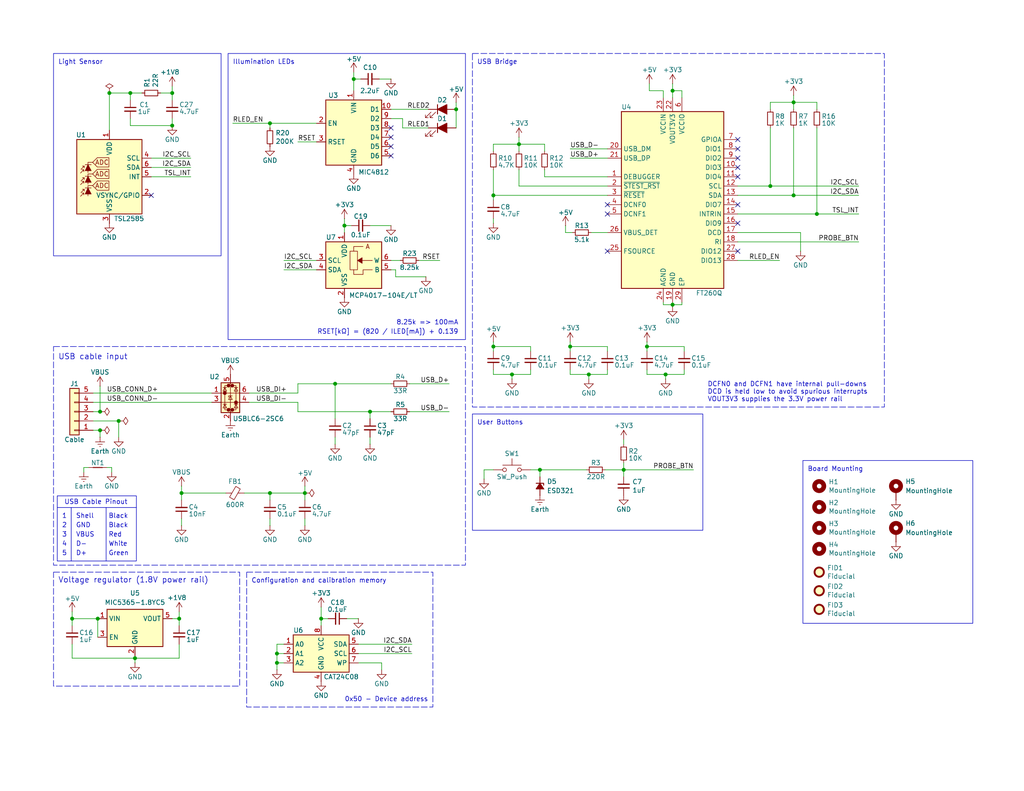
<source format=kicad_sch>
(kicad_sch (version 20231120) (generator "eeschema") (generator_version "8.0")
  (paper "USLetter")
  (title_block (title "Printalyzer DensiStick") (date "2024-07-22") (rev "A") (company "Dektronics, Inc.") (comment 1 "Derek Konigsberg <dkonigsberg@dektronics.com>"))
  (junction (at 91.44 104.775))
  (junction (at 19.685 168.91))
  (junction (at 73.66 134.62))
  (junction (at 181.61 102.235))
  (junction (at 222.885 58.42))
  (junction (at 96.52 21.59))
  (junction (at 48.895 168.91))
  (junction (at 210.185 50.8))
  (junction (at 83.185 134.62))
  (junction (at 183.515 83.185))
  (junction (at 49.53 134.62))
  (junction (at 170.18 128.27))
  (junction (at 73.66 33.655))
  (junction (at 36.83 179.705))
  (junction (at 75.565 180.975))
  (junction (at 141.605 39.37))
  (junction (at 139.7 102.235))
  (junction (at 46.99 25.4))
  (junction (at 46.99 34.29))
  (junction (at 87.63 168.91))
  (junction (at 32.385 114.935))
  (junction (at 176.53 94.615))
  (junction (at 35.56 25.4))
  (junction (at 26.67 168.91))
  (junction (at 27.305 112.395))
  (junction (at 160.655 102.235))
  (junction (at 134.62 53.34))
  (junction (at 100.965 112.395))
  (junction (at 27.305 117.475))
  (junction (at 134.62 94.615))
  (junction (at 147.32 128.27))
  (junction (at 216.535 27.94))
  (junction (at 93.98 61.595))
  (junction (at 75.565 178.435))
  (junction (at 29.845 25.4))
  (junction (at 216.535 53.34))
  (junction (at 155.575 94.615))
  (junction (at 183.515 24.765))
  (junction (at 124.46 29.845))
  (no_connect (at 106.68 37.465))
  (no_connect (at 165.735 55.88))
  (no_connect (at 165.735 68.58))
  (no_connect (at 165.735 58.42))
  (no_connect (at 201.295 55.88))
  (no_connect (at 201.295 48.26))
  (no_connect (at 201.295 38.1))
  (no_connect (at 106.68 34.925))
  (no_connect (at 41.275 53.34))
  (no_connect (at 201.295 43.18))
  (no_connect (at 106.68 42.545))
  (no_connect (at 106.68 40.005))
  (no_connect (at 201.295 68.58))
  (no_connect (at 201.295 40.64))
  (no_connect (at 201.295 45.72))
  (no_connect (at 201.295 60.96))
  (wire (pts (xy 170.18 120.015) (xy 170.18 121.285)))
  (wire (pts (xy 201.295 58.42) (xy 222.885 58.42)))
  (wire (pts (xy 165.735 102.235) (xy 160.655 102.235)))
  (wire (pts (xy 122.555 104.775) (xy 111.76 104.775)))
  (wire (pts (xy 201.295 53.34) (xy 216.535 53.34)))
  (wire (pts (xy 106.68 29.845) (xy 116.84 29.845)))
  (wire (pts (xy 32.385 114.935) (xy 32.385 119.38)))
  (wire (pts (xy 222.885 58.42) (xy 234.315 58.42)))
  (wire (pts (xy 155.575 102.235) (xy 155.575 100.965)))
  (wire (pts (xy 93.98 59.69) (xy 93.98 61.595)))
  (wire (pts (xy 186.055 26.67) (xy 186.055 24.765)))
  (wire (pts (xy 49.53 134.62) (xy 49.53 132.715)))
  (wire (pts (xy 180.975 83.185) (xy 183.515 83.185)))
  (wire (pts (xy 77.47 73.66) (xy 86.36 73.66)))
  (wire (pts (xy 177.165 24.765) (xy 177.165 22.86)))
  (wire (pts (xy 165.735 50.8) (xy 141.605 50.8)))
  (wire (pts (xy 35.56 25.4) (xy 35.56 27.305)))
  (wire (pts (xy 107.95 73.66) (xy 106.68 73.66)))
  (wire (pts (xy 83.185 141.605) (xy 83.185 143.51)))
  (wire (pts (xy 201.295 63.5) (xy 218.44 63.5)))
  (wire (pts (xy 222.885 27.94) (xy 222.885 29.845)))
  (wire (pts (xy 134.62 59.69) (xy 134.62 60.96)))
  (wire (pts (xy 91.44 119.38) (xy 91.44 121.285)))
  (wire (pts (xy 41.275 45.72) (xy 52.07 45.72)))
  (wire (pts (xy 155.575 93.345) (xy 155.575 94.615)))
  (wire (pts (xy 186.055 83.185) (xy 183.515 83.185)))
  (wire (pts (xy 30.48 127.635) (xy 30.48 128.905)))
  (wire (pts (xy 147.32 128.27) (xy 160.02 128.27)))
  (wire (pts (xy 186.69 102.235) (xy 181.61 102.235)))
  (wire (pts (xy 75.565 175.895) (xy 75.565 178.435)))
  (wire (pts (xy 87.63 165.735) (xy 87.63 168.91)))
  (wire (pts (xy 210.185 50.8) (xy 234.315 50.8)))
  (wire (pts (xy 83.185 134.62) (xy 83.185 132.715)))
  (wire (pts (xy 19.685 175.895) (xy 19.685 179.705)))
  (wire (pts (xy 216.535 53.34) (xy 234.315 53.34)))
  (wire (pts (xy 180.975 24.765) (xy 177.165 24.765)))
  (wire (pts (xy 165.735 100.965) (xy 165.735 102.235)))
  (wire (pts (xy 48.895 175.895) (xy 48.895 179.705)))
  (wire (pts (xy 210.185 27.94) (xy 216.535 27.94)))
  (wire (pts (xy 144.78 94.615) (xy 144.78 95.885)))
  (wire (pts (xy 210.185 34.925) (xy 210.185 50.8)))
  (wire (pts (xy 25.4 112.395) (xy 27.305 112.395)))
  (wire (pts (xy 29.845 25.4) (xy 29.845 35.56)))
  (wire (pts (xy 61.595 134.62) (xy 49.53 134.62)))
  (wire (pts (xy 63.5 33.655) (xy 73.66 33.655)))
  (wire (pts (xy 81.28 104.775) (xy 91.44 104.775)))
  (wire (pts (xy 24.13 127.635) (xy 22.86 127.635)))
  (wire (pts (xy 73.66 141.605) (xy 73.66 143.51)))
  (wire (pts (xy 134.62 94.615) (xy 134.62 95.885)))
  (wire (pts (xy 109.855 32.385) (xy 106.68 32.385)))
  (wire (pts (xy 141.605 50.8) (xy 141.605 46.355)))
  (wire (pts (xy 144.78 100.965) (xy 144.78 102.235)))
  (wire (pts (xy 107.95 75.565) (xy 116.205 75.565)))
  (wire (pts (xy 216.535 27.94) (xy 222.885 27.94)))
  (wire (pts (xy 155.575 94.615) (xy 165.735 94.615)))
  (wire (pts (xy 100.965 114.3) (xy 100.965 112.395)))
  (wire (pts (xy 41.275 48.26) (xy 52.07 48.26)))
  (wire (pts (xy 141.605 37.465) (xy 141.605 39.37)))
  (wire (pts (xy 176.53 102.235) (xy 176.53 100.965)))
  (wire (pts (xy 180.975 26.67) (xy 180.975 24.765)))
  (wire (pts (xy 201.295 66.04) (xy 234.315 66.04)))
  (wire (pts (xy 67.945 109.855) (xy 81.28 109.855)))
  (wire (pts (xy 165.735 53.34) (xy 134.62 53.34)))
  (wire (pts (xy 94.615 168.91) (xy 97.79 168.91)))
  (wire (pts (xy 170.18 126.365) (xy 170.18 128.27)))
  (wire (pts (xy 38.735 25.4) (xy 35.56 25.4)))
  (wire (pts (xy 124.46 29.845) (xy 124.46 34.925)))
  (wire (pts (xy 148.59 39.37) (xy 141.605 39.37)))
  (wire (pts (xy 25.4 117.475) (xy 27.305 117.475)))
  (wire (pts (xy 22.86 127.635) (xy 22.86 128.905)))
  (wire (pts (xy 97.79 178.435) (xy 112.395 178.435)))
  (wire (pts (xy 144.78 128.27) (xy 147.32 128.27)))
  (wire (pts (xy 165.735 94.615) (xy 165.735 95.885)))
  (wire (pts (xy 134.62 94.615) (xy 144.78 94.615)))
  (wire (pts (xy 19.685 179.705) (xy 36.83 179.705)))
  (wire (pts (xy 19.685 168.91) (xy 26.67 168.91)))
  (wire (pts (xy 170.18 128.27) (xy 189.23 128.27)))
  (wire (pts (xy 216.535 34.925) (xy 216.535 53.34)))
  (wire (pts (xy 165.1 128.27) (xy 170.18 128.27)))
  (wire (pts (xy 186.055 82.55) (xy 186.055 83.185)))
  (wire (pts (xy 183.515 24.765) (xy 186.055 24.765)))
  (wire (pts (xy 201.295 71.12) (xy 212.725 71.12)))
  (wire (pts (xy 148.59 39.37) (xy 148.59 41.275)))
  (wire (pts (xy 93.98 61.595) (xy 95.885 61.595)))
  (wire (pts (xy 73.66 134.62) (xy 73.66 136.525)))
  (wire (pts (xy 25.4 107.315) (xy 57.785 107.315)))
  (wire (pts (xy 109.855 34.925) (xy 116.84 34.925)))
  (wire (pts (xy 26.67 168.91) (xy 26.67 173.99)))
  (wire (pts (xy 25.4 109.855) (xy 57.785 109.855)))
  (wire (pts (xy 216.535 27.94) (xy 216.535 29.845)))
  (wire (pts (xy 160.655 102.235) (xy 155.575 102.235)))
  (wire (pts (xy 134.62 53.34) (xy 134.62 46.355)))
  (wire (pts (xy 89.535 168.91) (xy 87.63 168.91)))
  (wire (pts (xy 160.655 102.235) (xy 160.655 103.505)))
  (wire (pts (xy 41.275 43.18) (xy 52.07 43.18)))
  (wire (pts (xy 19.685 167.005) (xy 19.685 168.91)))
  (wire (pts (xy 183.515 83.185) (xy 183.515 83.82)))
  (polyline (pts (xy 28.956 138.557) (xy 28.956 153.162)) (stroke (width 0) (type solid)))
  (wire (pts (xy 48.895 179.705) (xy 36.83 179.705)))
  (wire (pts (xy 97.79 175.895) (xy 112.395 175.895)))
  (wire (pts (xy 122.555 112.395) (xy 111.76 112.395)))
  (wire (pts (xy 36.83 179.07) (xy 36.83 179.705)))
  (wire (pts (xy 46.99 32.385) (xy 46.99 34.29)))
  (wire (pts (xy 218.44 63.5) (xy 218.44 68.58)))
  (wire (pts (xy 49.53 134.62) (xy 49.53 136.525)))
  (wire (pts (xy 77.47 71.12) (xy 86.36 71.12)))
  (wire (pts (xy 124.46 27.94) (xy 124.46 29.845)))
  (wire (pts (xy 81.28 109.855) (xy 81.28 112.395)))
  (wire (pts (xy 155.575 40.64) (xy 165.735 40.64)))
  (wire (pts (xy 141.605 39.37) (xy 134.62 39.37)))
  (wire (pts (xy 100.965 61.595) (xy 106.68 61.595)))
  (wire (pts (xy 100.965 112.395) (xy 81.28 112.395)))
  (wire (pts (xy 201.295 50.8) (xy 210.185 50.8)))
  (wire (pts (xy 222.885 34.925) (xy 222.885 58.42)))
  (wire (pts (xy 134.62 93.345) (xy 134.62 94.615)))
  (wire (pts (xy 183.515 24.765) (xy 183.515 26.67)))
  (wire (pts (xy 183.515 22.86) (xy 183.515 24.765)))
  (wire (pts (xy 36.83 179.705) (xy 36.83 180.975)))
  (wire (pts (xy 27.305 117.475) (xy 27.305 119.38)))
  (wire (pts (xy 210.185 29.845) (xy 210.185 27.94)))
  (wire (pts (xy 100.965 119.38) (xy 100.965 121.285)))
  (wire (pts (xy 180.975 82.55) (xy 180.975 83.185)))
  (wire (pts (xy 154.305 63.5) (xy 154.305 61.595)))
  (wire (pts (xy 181.61 102.235) (xy 181.61 103.505)))
  (wire (pts (xy 109.855 34.925) (xy 109.855 32.385)))
  (wire (pts (xy 156.21 63.5) (xy 154.305 63.5)))
  (wire (pts (xy 114.3 71.12) (xy 120.015 71.12)))
  (wire (pts (xy 155.575 43.18) (xy 165.735 43.18)))
  (wire (pts (xy 48.895 168.91) (xy 48.895 170.815)))
  (wire (pts (xy 170.18 128.27) (xy 170.18 130.175)))
  (wire (pts (xy 103.505 21.59) (xy 106.68 21.59)))
  (wire (pts (xy 141.605 39.37) (xy 141.605 41.275)))
  (wire (pts (xy 46.99 25.4) (xy 46.99 27.305)))
  (wire (pts (xy 186.69 100.965) (xy 186.69 102.235)))
  (wire (pts (xy 148.59 48.26) (xy 148.59 46.355)))
  (wire (pts (xy 91.44 104.775) (xy 91.44 114.3)))
  (wire (pts (xy 93.98 63.5) (xy 93.98 61.595)))
  (wire (pts (xy 216.535 26.035) (xy 216.535 27.94)))
  (wire (pts (xy 66.675 134.62) (xy 73.66 134.62)))
  (wire (pts (xy 96.52 21.59) (xy 98.425 21.59)))
  (wire (pts (xy 29.21 127.635) (xy 30.48 127.635)))
  (wire (pts (xy 176.53 94.615) (xy 176.53 95.885)))
  (wire (pts (xy 104.14 180.975) (xy 104.14 182.88)))
  (wire (pts (xy 144.78 102.235) (xy 139.7 102.235)))
  (wire (pts (xy 81.28 107.315) (xy 81.28 104.775)))
  (wire (pts (xy 155.575 94.615) (xy 155.575 95.885)))
  (wire (pts (xy 139.7 102.235) (xy 139.7 103.505)))
  (wire (pts (xy 48.895 167.005) (xy 48.895 168.91)))
  (wire (pts (xy 176.53 93.345) (xy 176.53 94.615)))
  (wire (pts (xy 83.185 134.62) (xy 83.185 136.525)))
  (wire (pts (xy 48.895 168.91) (xy 46.99 168.91)))
  (wire (pts (xy 134.62 39.37) (xy 134.62 41.275)))
  (wire (pts (xy 161.29 63.5) (xy 165.735 63.5)))
  (wire (pts (xy 27.305 112.395) (xy 27.305 105.41)))
  (wire (pts (xy 87.63 168.91) (xy 87.63 170.815)))
  (wire (pts (xy 139.7 102.235) (xy 134.62 102.235)))
  (wire (pts (xy 134.62 102.235) (xy 134.62 100.965)))
  (wire (pts (xy 91.44 104.775) (xy 106.68 104.775)))
  (wire (pts (xy 86.36 38.735) (xy 81.28 38.735)))
  (wire (pts (xy 96.52 19.685) (xy 96.52 21.59)))
  (wire (pts (xy 73.66 33.655) (xy 73.66 34.925)))
  (wire (pts (xy 73.66 134.62) (xy 83.185 134.62)))
  (wire (pts (xy 73.66 33.655) (xy 86.36 33.655)))
  (wire (pts (xy 75.565 180.975) (xy 75.565 182.88)))
  (wire (pts (xy 75.565 180.975) (xy 77.47 180.975)))
  (wire (pts (xy 134.62 128.27) (xy 132.08 128.27)))
  (wire (pts (xy 67.945 107.315) (xy 81.28 107.315)))
  (wire (pts (xy 49.53 141.605) (xy 49.53 143.51)))
  (wire (pts (xy 19.685 168.91) (xy 19.685 170.815)))
  (wire (pts (xy 35.56 32.385) (xy 35.56 34.29)))
  (wire (pts (xy 147.32 128.27) (xy 147.32 130.175)))
  (wire (pts (xy 75.565 178.435) (xy 77.47 178.435)))
  (wire (pts (xy 106.68 71.12) (xy 109.22 71.12)))
  (polyline (pts (xy 15.621 138.557) (xy 37.211 138.557)) (stroke (width 0) (type solid)))
  (wire (pts (xy 106.68 112.395) (xy 100.965 112.395)))
  (wire (pts (xy 132.08 128.27) (xy 132.08 130.81)))
  (polyline (pts (xy 19.431 138.557) (xy 19.431 153.162)) (stroke (width 0) (type solid)))
  (wire (pts (xy 165.735 48.26) (xy 148.59 48.26)))
  (wire (pts (xy 176.53 94.615) (xy 186.69 94.615)))
  (wire (pts (xy 186.69 94.615) (xy 186.69 95.885)))
  (wire (pts (xy 134.62 54.61) (xy 134.62 53.34)))
  (wire (pts (xy 46.99 23.495) (xy 46.99 25.4)))
  (wire (pts (xy 43.815 25.4) (xy 46.99 25.4)))
  (wire (pts (xy 107.95 75.565) (xy 107.95 73.66)))
  (wire (pts (xy 75.565 178.435) (xy 75.565 180.975)))
  (wire (pts (xy 181.61 102.235) (xy 176.53 102.235)))
  (wire (pts (xy 96.52 21.59) (xy 96.52 24.765)))
  (wire (pts (xy 183.515 82.55) (xy 183.515 83.185)))
  (wire (pts (xy 35.56 34.29) (xy 46.99 34.29)))
  (wire (pts (xy 25.4 114.935) (xy 32.385 114.935)))
  (wire (pts (xy 35.56 25.4) (xy 29.845 25.4)))
  (wire (pts (xy 97.79 180.975) (xy 104.14 180.975)))
  (wire (pts (xy 77.47 175.895) (xy 75.565 175.895)))
  (rectangle (start 67.31 156.21) (end 118.11 193.04) (stroke (width 0) (type dash)))
  (rectangle (start 219.075 125.73) (end 265.43 170.18))
  (rectangle (start 14.605 94.615) (end 127 154.305) (stroke (width 0) (type dash)))
  (rectangle (start 128.905 14.605) (end 241.3 111.125) (stroke (width 0) (type dash)))
  (rectangle (start 15.621 135.382) (end 37.211 153.162))
  (rectangle (start 14.605 14.605) (end 60.325 69.85))
  (rectangle (start 14.605 156.21) (end 65.405 187.325) (stroke (width 0) (type dash)))
  (rectangle (start 62.23 14.605) (end 127 92.71))
  (rectangle (start 128.905 113.03) (end 191.77 144.78))
  (text "Red" (at 29.591 146.812 0) (effects (font (size 1.27 1.27)) (justify left bottom)))
  (text "Board Mounting" (at 220.345 128.905 0) (effects (font (size 1.27 1.27)) (justify left bottom)))
  (text "Illumination LEDs" (at 63.5 17.78 0) (effects (font (size 1.27 1.27)) (justify left bottom)))
  (text "GND" (at 20.701 144.272 0) (effects (font (size 1.27 1.27)) (justify left bottom)))
  (text "1" (at 16.891 141.732 0) (effects (font (size 1.27 1.27)) (justify left bottom)))
  (text "0x50 - Device address" (at 116.84 191.77 0) (effects (font (size 1.27 1.27)) (justify right bottom)))
  (text "D+" (at 20.701 151.892 0) (effects (font (size 1.27 1.27)) (justify left bottom)))
  (text "2" (at 16.891 144.272 0) (effects (font (size 1.27 1.27)) (justify left bottom)))
  (text "Voltage regulator (1.8V power rail)" (at 15.875 159.385 0) (effects (font (size 1.524 1.524)) (justify left bottom)))
  (text "RSET[kΩ] = (820 / ILED[mA]) + 0.139" (at 125.095 91.44 0) (effects (font (size 1.27 1.27)) (justify right bottom)))
  (text "USB cable input" (at 15.875 98.425 0) (effects (font (size 1.524 1.524)) (justify left bottom)))
  (text "8.25k => 100mA" (at 125.095 88.9 0) (effects (font (size 1.27 1.27)) (justify right bottom)))
  (text "Black" (at 29.591 144.272 0) (effects (font (size 1.27 1.27)) (justify left bottom)))
  (text "USB Cable Pinout" (at 17.526 137.922 0) (effects (font (size 1.27 1.27)) (justify left bottom)))
  (text "Shell" (at 20.701 141.732 0) (effects (font (size 1.27 1.27)) (justify left bottom)))
  (text "USB Bridge" (at 130.175 17.78 0) (effects (font (size 1.27 1.27)) (justify left bottom)))
  (text "Green" (at 29.591 151.892 0) (effects (font (size 1.27 1.27)) (justify left bottom)))
  (text "VBUS" (at 20.701 146.812 0) (effects (font (size 1.27 1.27)) (justify left bottom)))
  (text "4" (at 16.891 149.352 0) (effects (font (size 1.27 1.27)) (justify left bottom)))
  (text "White" (at 29.591 149.352 0) (effects (font (size 1.27 1.27)) (justify left bottom)))
  (text "Light Sensor" (at 15.875 17.78 0) (effects (font (size 1.27 1.27)) (justify left bottom)))
  (text "Black" (at 29.591 141.732 0) (effects (font (size 1.27 1.27)) (justify left bottom)))
  (text "User Buttons" (at 130.175 116.205 0) (effects (font (size 1.27 1.27)) (justify left bottom)))
  (text "D-" (at 20.701 149.352 0) (effects (font (size 1.27 1.27)) (justify left bottom)))
  (text "5" (at 16.891 151.892 0) (effects (font (size 1.27 1.27)) (justify left bottom)))
  (text "DCFN0 and DCFN1 have internal pull-downs\nDCD is held low to avoid spurious interrupts\nVOUT3V3 supplies the 3.3V power rail" (at 193.04 109.855 0) (effects (font (size 1.27 1.27)) (justify left bottom)))
  (text "3" (at 16.891 146.812 0) (effects (font (size 1.27 1.27)) (justify left bottom)))
  (text "Configuration and calibration memory" (at 68.58 159.385 0) (effects (font (size 1.27 1.27)) (justify left bottom)))
  (label "USB_DI-" (at 69.85 109.855 0))
  (label "USB_D+" (at 155.575 43.18 0))
  (label "PROBE_BTN" (at 189.23 128.27 180))
  (label "I2C_SDA" (at 112.395 175.895 180))
  (label "I2C_SDA" (at 234.315 53.34 180))
  (label "USB_CONN_D-" (at 43.18 109.855 180))
  (label "USB_D-" (at 122.555 112.395 180))
  (label "I2C_SCL" (at 77.47 71.12 0))
  (label "TSL_INT" (at 234.315 58.42 180))
  (label "RLED2" (at 111.125 29.845 0))
  (label "RLED_EN" (at 212.725 71.12 180))
  (label "I2C_SCL" (at 234.315 50.8 180))
  (label "RSET" (at 120.015 71.12 180))
  (label "PROBE_BTN" (at 234.315 66.04 180))
  (label "I2C_SCL" (at 52.07 43.18 180))
  (label "USB_D-" (at 155.575 40.64 0))
  (label "USB_D+" (at 122.555 104.775 180))
  (label "TSL_INT" (at 52.07 48.26 180))
  (label "I2C_SDA" (at 77.47 73.66 0))
  (label "I2C_SDA" (at 52.07 45.72 180))
  (label "USB_DI+" (at 69.85 107.315 0))
  (label "RLED1" (at 111.125 34.925 0))
  (label "RSET" (at 81.28 38.735 0))
  (label "I2C_SCL" (at 112.395 178.435 180))
  (label "RLED_EN" (at 63.5 33.655 0))
  (label "USB_CONN_D+" (at 43.18 107.315 180))
  (symbol (lib_id "power:GND") (at 29.845 60.96 0) (unit 1)
    (property "Reference" "#PWR0101" (effects (hide yes)))
    (property "Value" "GND" (at 29.845 64.77 0))
    (property "Description" "Power symbol creates a global label with name \"GND\" , ground" (effects (hide yes)))
  )
  (symbol (lib_id "Device:LED_Filled") (at 120.65 34.925 0) (unit 1)
    (property "Reference" "D1" (at 120.65 32.385 0))
    (property "Value" "LED" (effects (hide yes)))
    (property "Footprint" "lib_fp:SunLike_LED_S1S0" (effects (hide yes)))
    (property "Datasheet" "http://www.seoulsemicon.com/en/product/document/4727" (effects (hide yes)))
    (property "Description" "SUNLIKE STWSC2PB-E0, 3000K" (effects (hide yes)))
    (property "Manufacturer" "Seoul Semiconductor Inc." (effects (hide yes)))
    (property "Manufacturer PN" "S1S0-3030309503-0000003S-0P001" (effects (hide yes)))
    (property "Supplier" "Digi-Key" (effects (hide yes)))
    (property "Supplier PN" "897-S1S0-3030309503-0000003S-0P001CT-ND" (effects (hide yes)))
  )
  (symbol (lib_id "Device:LED_Filled") (at 120.65 29.845 0) (unit 1)
    (property "Reference" "D2" (at 120.65 27.305 0))
    (property "Value" "LED" (effects (hide yes)))
    (property "Footprint" "lib_fp:SunLike_LED_S1S0" (effects (hide yes)))
    (property "Datasheet" "http://www.seoulsemicon.com/en/product/document/4727" (effects (hide yes)))
    (property "Description" "SUNLIKE STWSC2PB-E0, 3000K" (effects (hide yes)))
    (property "Manufacturer" "Seoul Semiconductor Inc." (effects (hide yes)))
    (property "Manufacturer PN" "S1S0-3030309503-0000003S-0P001" (effects (hide yes)))
    (property "Supplier" "Digi-Key" (effects (hide yes)))
    (property "Supplier PN" "897-S1S0-3030309503-0000003S-0P001CT-ND" (effects (hide yes)))
  )
  (symbol (lib_id "Switch:SW_Push") (at 139.7 128.27 0) (unit 1)
    (property "Reference" "SW1" (at 139.7 123.825 0))
    (property "Value" "SW_Push" (at 139.7 130.175 0))
    (property "Footprint" "lib_fp:SW_TH_Tactile_Omron_B3F-10xx" (effects (hide yes)))
    (property "Datasheet" "https://omronfs.omron.com/en_US/ecb/products/pdf/en-b3f.pdf" (effects (hide yes)))
    (property "Description" "SWITCH TACTILE SPST-NO 0.05A" (effects (hide yes)))
    (property "Manufacturer" "Omron Electronics Inc-EMC Div" (effects (hide yes)))
    (property "Manufacturer PN" "B3F-1052" (effects (hide yes)))
    (property "Supplier" "Digi-Key" (effects (hide yes)))
    (property "Supplier PN" "SW405-ND" (effects (hide yes)))
  )
  (symbol (lib_id "Mechanical:MountingHole") (at 223.52 132.715 0) (unit 1) (in_bom no)
    (property "Reference" "H1" (at 226.06 131.5466 0) (effects (justify left)))
    (property "Value" "MountingHole" (at 226.06 133.858 0) (effects (justify left)))
    (property "Footprint" "MountingHole:MountingHole_2.2mm_M2" (effects (hide yes)))
  )
  (symbol (lib_id "Mechanical:MountingHole") (at 223.52 138.43 0) (unit 1) (in_bom no)
    (property "Reference" "H2" (at 226.06 137.2616 0) (effects (justify left)))
    (property "Value" "MountingHole" (at 226.06 139.573 0) (effects (justify left)))
    (property "Footprint" "MountingHole:MountingHole_2.2mm_M2" (effects (hide yes)))
  )
  (symbol (lib_id "Mechanical:MountingHole") (at 223.52 144.145 0) (unit 1) (in_bom no)
    (property "Reference" "H3" (at 226.06 142.9766 0) (effects (justify left)))
    (property "Value" "MountingHole" (at 226.06 145.288 0) (effects (justify left)))
    (property "Footprint" "MountingHole:MountingHole_2.2mm_M2" (effects (hide yes)))
  )
  (symbol (lib_id "Mechanical:MountingHole") (at 223.52 149.86 0) (unit 1) (in_bom no)
    (property "Reference" "H4" (at 226.06 148.6916 0) (effects (justify left)))
    (property "Value" "MountingHole" (at 226.06 151.003 0) (effects (justify left)))
    (property "Footprint" "MountingHole:MountingHole_2.2mm_M2" (effects (hide yes)))
  )
  (symbol (lib_id "Mechanical:MountingHole_Pad") (at 244.475 133.985 0) (unit 1) (in_bom no)
    (property "Reference" "H5" (at 247.015 131.445 0) (effects (justify left)))
    (property "Value" "MountingHole" (at 247.015 133.985 0) (effects (justify left)))
    (property "Footprint" "MountingHole:MountingHole_2.2mm_M2_Pad_Via" (effects (hide yes)))
  )
  (symbol (lib_id "Mechanical:MountingHole_Pad") (at 244.475 145.415 0) (unit 1) (in_bom no)
    (property "Reference" "H6" (at 247.015 142.875 0) (effects (justify left)))
    (property "Value" "MountingHole" (at 247.015 145.415 0) (effects (justify left)))
    (property "Footprint" "MountingHole:MountingHole_2.2mm_M2_Pad_Via" (effects (hide yes)))
  )
  (symbol (lib_id "power:GND") (at 96.52 47.625 0) (unit 1)
    (property "Reference" "#PWR0126" (effects (hide yes)))
    (property "Value" "GND" (at 96.52 51.435 0))
    (property "Description" "Power symbol creates a global label with name \"GND\" , ground" (effects (hide yes)))
  )
  (symbol (lib_id "power:PWR_FLAG") (at 29.845 25.4 0) (unit 1)
    (property "Reference" "#FLG0102" (effects (hide yes)))
    (property "Value" "PWR_FLAG" (effects (hide yes)))
    (property "Description" "Special symbol for telling ERC where power comes from" (effects (hide yes)))
  )
  (symbol (lib_id "power:+5V") (at 124.46 27.94 0) (unit 1)
    (property "Reference" "#PWR013" (effects (hide yes)))
    (property "Value" "+5V" (at 124.46 24.384 0))
    (property "Description" "Power symbol creates a global label with name \"+5V\"" (effects (hide yes)))
  )
  (symbol (lib_id "power:GND") (at 244.475 136.525 0) (unit 1)
    (property "Reference" "#PWR0124" (effects (hide yes)))
    (property "Value" "GND" (at 244.475 140.335 0))
    (property "Description" "Power symbol creates a global label with name \"GND\" , ground" (effects (hide yes)))
  )
  (symbol (lib_id "power:GND") (at 244.475 147.955 0) (unit 1)
    (property "Reference" "#PWR0132" (effects (hide yes)))
    (property "Value" "GND" (at 244.475 151.765 0))
    (property "Description" "Power symbol creates a global label with name \"GND\" , ground" (effects (hide yes)))
  )
  (symbol (lib_id "Mechanical:Fiducial") (at 223.52 156.21 0) (unit 1) (in_bom no)
    (property "Reference" "FID1" (at 225.679 155.0416 0) (effects (justify left)))
    (property "Value" "Fiducial" (at 225.679 157.353 0) (effects (justify left)))
    (property "Footprint" "Fiducial:Fiducial_1mm_Mask2mm" (effects (hide yes)))
  )
  (symbol (lib_id "Mechanical:Fiducial") (at 223.52 161.29 0) (unit 1) (in_bom no)
    (property "Reference" "FID2" (at 225.679 160.1216 0) (effects (justify left)))
    (property "Value" "Fiducial" (at 225.679 162.433 0) (effects (justify left)))
    (property "Footprint" "Fiducial:Fiducial_1mm_Mask2mm" (effects (hide yes)))
  )
  (symbol (lib_id "Mechanical:Fiducial") (at 223.52 166.37 0) (unit 1) (in_bom no)
    (property "Reference" "FID3" (at 225.679 165.2016 0) (effects (justify left)))
    (property "Value" "Fiducial" (at 225.679 167.513 0) (effects (justify left)))
    (property "Footprint" "Fiducial:Fiducial_1mm_Mask2mm" (effects (hide yes)))
  )
  (symbol (lib_id "power:GND") (at 132.08 130.81 0) (unit 1)
    (property "Reference" "#PWR047" (effects (hide yes)))
    (property "Value" "GND" (at 132.08 134.62 0))
    (property "Description" "Power symbol creates a global label with name \"GND\" , ground" (effects (hide yes)))
  )
  (symbol (lib_id "power:+3V3") (at 170.18 120.015 0) (unit 1)
    (property "Reference" "#PWR044" (effects (hide yes)))
    (property "Value" "+3V3" (at 170.18 116.205 0))
    (property "Description" "Power symbol creates a global label with name \"+3V3\"" (effects (hide yes)))
  )
  (symbol (lib_id "Device:R_Small") (at 216.535 32.385 0) (unit 1)
    (property "Reference" "R7" (at 217.805 31.75 0) (effects (justify left)))
    (property "Value" "1K" (at 217.805 33.655 0) (effects (justify left)))
    (property "Footprint" "Resistor_SMD:R_0603_1608Metric" (effects (hide yes)))
    (property "Datasheet" "https://www.vishay.com/docs/20035/dcrcwe3.pdf" (effects (hide yes)))
    (property "Description" "RES SMD 1K OHM 5% 1/10W 0603" (effects (hide yes)))
    (property "Manufacturer" "Vishay Dale" (effects (hide yes)))
    (property "Manufacturer PN" "CRCW06031K00JNEA" (effects (hide yes)))
    (property "Supplier" "Digi-Key" (effects (hide yes)))
    (property "Supplier PN" "541-1.0KGCT-ND" (effects (hide yes)))
  )
  (symbol (lib_id "Device:C_Small") (at 100.965 21.59 90) (unit 1)
    (property "Reference" "C10" (at 100.965 18.415 90))
    (property "Value" "2.2uF" (at 100.965 24.765 90))
    (property "Footprint" "Capacitor_SMD:C_0603_1608Metric" (effects (hide yes)))
    (property "Datasheet" "https://media.digikey.com/pdf/Data%20Sheets/Samsung%20PDFs/CL10B225KP8NNNC_Spec.pdf" (effects (hide yes)))
    (property "Description" "CAP CER 2.2UF 10V X7R 0603" (effects (hide yes)))
    (property "Manufacturer" "Samsung Electro-Mechanics" (effects (hide yes)))
    (property "Manufacturer PN" "CL10B225KP8NNNC" (effects (hide yes)))
    (property "Supplier" "LCSC" (effects (hide yes)))
    (property "Supplier PN" "C100082" (effects (hide yes)))
  )
  (symbol (lib_id "power:GND") (at 97.79 168.91 0) (unit 1)
    (property "Reference" "#PWR038" (effects (hide yes)))
    (property "Value" "GND" (at 97.79 172.72 0))
    (property "Description" "Power symbol creates a global label with name \"GND\" , ground" (effects (hide yes)))
  )
  (symbol (lib_id "power:GND") (at 30.48 128.905 0) (mirror y) (unit 1)
    (property "Reference" "#PWR09" (effects (hide yes)))
    (property "Value" "GND" (at 30.48 132.715 0))
    (property "Description" "Power symbol creates a global label with name \"GND\" , ground" (effects (hide yes)))
  )
  (symbol (lib_id "power:GND") (at 83.185 143.51 0) (mirror y) (unit 1)
    (property "Reference" "#PWR015" (effects (hide yes)))
    (property "Value" "GND" (at 83.185 147.32 0))
    (property "Description" "Power symbol creates a global label with name \"GND\" , ground" (effects (hide yes)))
  )
  (symbol (lib_id "Device:C_Small") (at 165.735 98.425 0) (unit 1)
    (property "Reference" "C13" (at 167.64 97.79 0) (effects (justify left)))
    (property "Value" "0.1uF" (at 167.64 99.695 0) (effects (justify left)))
    (property "Footprint" "Capacitor_SMD:C_0603_1608Metric" (effects (hide yes)))
    (property "Datasheet" "https://media.digikey.com/pdf/Data%20Sheets/Samsung%20PDFs/CL_Series_MLCC_ds.pdf" (effects (hide yes)))
    (property "Description" "CAP CER 0.1UF 25V X7R 0603" (effects (hide yes)))
    (property "Manufacturer" "Samsung Electro-Mechanics" (effects (hide yes)))
    (property "Manufacturer PN" "CL10B104KA8NNNC" (effects (hide yes)))
    (property "Supplier" "Digi-Key" (effects (hide yes)))
    (property "Supplier PN" "1276-1006-1-ND" (effects (hide yes)))
  )
  (symbol (lib_id "power:+5V") (at 19.685 167.005 0) (unit 1)
    (property "Reference" "#PWR034" (effects (hide yes)))
    (property "Value" "+5V" (at 19.685 163.449 0))
    (property "Description" "Power symbol creates a global label with name \"+5V\"" (effects (hide yes)))
  )
  (symbol (lib_id "Device:C_Small") (at 186.69 98.425 0) (unit 1)
    (property "Reference" "C15" (at 188.595 97.79 0) (effects (justify left)))
    (property "Value" "0.1uF" (at 188.595 99.695 0) (effects (justify left)))
    (property "Footprint" "Capacitor_SMD:C_0603_1608Metric" (effects (hide yes)))
    (property "Datasheet" "https://media.digikey.com/pdf/Data%20Sheets/Samsung%20PDFs/CL_Series_MLCC_ds.pdf" (effects (hide yes)))
    (property "Description" "CAP CER 0.1UF 25V X7R 0603" (effects (hide yes)))
    (property "Manufacturer" "Samsung Electro-Mechanics" (effects (hide yes)))
    (property "Manufacturer PN" "CL10B104KA8NNNC" (effects (hide yes)))
    (property "Supplier" "Digi-Key" (effects (hide yes)))
    (property "Supplier PN" "1276-1006-1-ND" (effects (hide yes)))
  )
  (symbol (lib_id "power:GND") (at 181.61 103.505 0) (unit 1)
    (property "Reference" "#PWR033" (effects (hide yes)))
    (property "Value" "GND" (at 181.61 107.315 0))
    (property "Description" "Power symbol creates a global label with name \"GND\" , ground" (effects (hide yes)))
  )
  (symbol (lib_id "Device:C_Small") (at 49.53 139.065 180) (unit 1)
    (property "Reference" "C4" (at 51.435 138.43 0) (effects (justify right)))
    (property "Value" "10nF" (at 51.435 140.335 0) (effects (justify right)))
    (property "Footprint" "Capacitor_SMD:C_0603_1608Metric" (effects (hide yes)))
    (property "Datasheet" "https://www.yageo.com/upload/media/product/app/datasheet/mlcc/upy-gphc_x7r_6_3v-to-250v.pdf" (effects (hide yes)))
    (property "Description" "CAP CER 10000PF 25V X7R 0603" (effects (hide yes)))
    (property "Manufacturer" "YAGEO" (effects (hide yes)))
    (property "Manufacturer PN" "CC0603KRX7R8BB103" (effects (hide yes)))
    (property "Supplier" "Digi-Key" (effects (hide yes)))
    (property "Supplier PN" "311-1360-1-ND" (effects (hide yes)))
  )
  (symbol (lib_id "power:GND") (at 104.14 182.88 0) (unit 1)
    (property "Reference" "#PWR042" (effects (hide yes)))
    (property "Value" "GND" (at 104.14 186.69 0))
    (property "Description" "Power symbol creates a global label with name \"GND\" , ground" (effects (hide yes)))
  )
  (symbol (lib_id "Device:R_Small") (at 162.56 128.27 90) (mirror x) (unit 1)
    (property "Reference" "R3" (at 162.56 126.365 90))
    (property "Value" "220R" (at 160.02 130.175 90) (effects (justify right)))
    (property "Footprint" "Resistor_SMD:R_0603_1608Metric" (effects (hide yes)))
    (property "Datasheet" "https://www.yageo.com/upload/media/product/productsearch/datasheet/rchip/PYu-RC_Group_51_RoHS_L_12.pdf" (effects (hide yes)))
    (property "Description" "RES 220 OHM 5% 1/10W 0603" (effects (hide yes)))
    (property "Manufacturer" "YAGEO" (effects (hide yes)))
    (property "Manufacturer PN" "RC0603JR-07220RL" (effects (hide yes)))
    (property "Supplier" "Digi-Key" (effects (hide yes)))
    (property "Supplier PN" "311-220GRCT-ND" (effects (hide yes)))
  )
  (symbol (lib_id "Device:R_Small") (at 141.605 43.815 0) (unit 1)
    (property "Reference" "R11" (at 142.875 43.18 0) (effects (justify left)))
    (property "Value" "10K" (at 142.875 45.085 0) (effects (justify left)))
    (property "Footprint" "Resistor_SMD:R_0603_1608Metric" (effects (hide yes)))
    (property "Datasheet" "https://www.vishay.com/docs/20035/dcrcwe3.pdf" (effects (hide yes)))
    (property "Description" "RES SMD 10K OHM 5% 1/10W 0603" (effects (hide yes)))
    (property "Manufacturer" "Vishay Dale" (effects (hide yes)))
    (property "Manufacturer PN" "CRCW060310K0JNEA" (effects (hide yes)))
    (property "Supplier" "Digi-Key" (effects (hide yes)))
    (property "Supplier PN" "541-10KGCT-ND" (effects (hide yes)))
  )
  (symbol (lib_id "Device:R_Small") (at 210.185 32.385 0) (unit 1)
    (property "Reference" "R8" (at 211.455 31.75 0) (effects (justify left)))
    (property "Value" "1K" (at 211.455 33.655 0) (effects (justify left)))
    (property "Footprint" "Resistor_SMD:R_0603_1608Metric" (effects (hide yes)))
    (property "Datasheet" "https://www.vishay.com/docs/20035/dcrcwe3.pdf" (effects (hide yes)))
    (property "Description" "RES SMD 1K OHM 5% 1/10W 0603" (effects (hide yes)))
    (property "Manufacturer" "Vishay Dale" (effects (hide yes)))
    (property "Manufacturer PN" "CRCW06031K00JNEA" (effects (hide yes)))
    (property "Supplier" "Digi-Key" (effects (hide yes)))
    (property "Supplier PN" "541-1.0KGCT-ND" (effects (hide yes)))
  )
  (symbol (lib_id "power:+3V3") (at 141.605 37.465 0) (unit 1)
    (property "Reference" "#PWR019" (effects (hide yes)))
    (property "Value" "+3V3" (at 141.605 33.655 0))
    (property "Description" "Power symbol creates a global label with name \"+3V3\"" (effects (hide yes)))
  )
  (symbol (lib_id "power:Earth") (at 22.86 128.905 0) (mirror y) (unit 1)
    (property "Reference" "#PWR08" (effects (hide yes)))
    (property "Value" "Earth" (at 22.86 132.715 0))
    (property "Description" "Power symbol creates a global label with name \"Earth\"" (effects (hide yes)))
  )
  (symbol (lib_id "power:Earth") (at 147.32 135.255 0) (mirror y) (unit 1)
    (property "Reference" "#PWR050" (effects (hide yes)))
    (property "Value" "Earth" (at 147.32 139.065 0))
    (property "Description" "Power symbol creates a global label with name \"Earth\"" (effects (hide yes)))
  )
  (symbol (lib_id "power:+5V") (at 96.52 19.685 0) (unit 1)
    (property "Reference" "#PWR027" (effects (hide yes)))
    (property "Value" "+5V" (at 96.52 16.129 0))
    (property "Description" "Power symbol creates a global label with name \"+5V\"" (effects (hide yes)))
  )
  (symbol (lib_id "Device:C_Small") (at 48.895 173.355 0) (mirror y) (unit 1)
    (property "Reference" "C17" (at 50.8 172.72 0) (effects (justify right)))
    (property "Value" "1uF" (at 50.8 174.625 0) (effects (justify right)))
    (property "Footprint" "Capacitor_SMD:C_0603_1608Metric" (effects (hide yes)))
    (property "Datasheet" "https://media.digikey.com/pdf/Data%20Sheets/Samsung%20PDFs/CL10B105KA8NNNC_spec.pdf" (effects (hide yes)))
    (property "Description" "CAP CER 1UF 25V X7R 0603" (effects (hide yes)))
    (property "Manufacturer" "Samsung Electro-Mechanics" (effects (hide yes)))
    (property "Manufacturer PN" "CL10B105KA8NNNC" (effects (hide yes)))
    (property "Supplier" "LCSC" (effects (hide yes)))
    (property "Supplier PN" "C29936" (effects (hide yes)))
  )
  (symbol (lib_id "Device:C_Small") (at 73.66 139.065 0) (unit 1)
    (property "Reference" "C5" (at 75.565 138.43 0) (effects (justify left)))
    (property "Value" "0.1uF" (at 75.565 140.335 0) (effects (justify left)))
    (property "Footprint" "Capacitor_SMD:C_0603_1608Metric" (effects (hide yes)))
    (property "Datasheet" "https://media.digikey.com/pdf/Data%20Sheets/Samsung%20PDFs/CL_Series_MLCC_ds.pdf" (effects (hide yes)))
    (property "Description" "CAP CER 0.1UF 25V X7R 0603" (effects (hide yes)))
    (property "Manufacturer" "Samsung Electro-Mechanics" (effects (hide yes)))
    (property "Manufacturer PN" "CL10B104KA8NNNC" (effects (hide yes)))
    (property "Supplier" "Digi-Key" (effects (hide yes)))
    (property "Supplier PN" "1276-1006-1-ND" (effects (hide yes)))
  )
  (symbol (lib_id "Device:R_Small") (at 41.275 25.4 90) (unit 1)
    (property "Reference" "R1" (at 40.1066 23.9014 0) (effects (justify left)))
    (property "Value" "22R" (at 42.418 23.9014 0) (effects (justify left)))
    (property "Footprint" "Resistor_SMD:R_0402_1005Metric" (effects (hide yes)))
    (property "Datasheet" "https://datasheet.lcsc.com/lcsc/1810231323_YAGEO-AC0402JR-0722RL_C144722.pdf" (effects (hide yes)))
    (property "Description" "RES SMD 22 OHM 5% 1/16W 0402" (effects (hide yes)))
    (property "Manufacturer" "Yaego" (effects (hide yes)))
    (property "Manufacturer PN" "AC0402JR-0722RL" (effects (hide yes)))
    (property "Supplier" "LCSC" (effects (hide yes)))
    (property "Supplier PN" "C144722" (effects (hide yes)))
  )
  (symbol (lib_id "Device:C_Small") (at 35.56 29.845 0) (unit 1)
    (property "Reference" "C1" (at 39.37 28.575 0))
    (property "Value" "1uF" (at 39.37 30.48 0))
    (property "Footprint" "Capacitor_SMD:C_0402_1005Metric" (effects (hide yes)))
    (property "Datasheet" "https://media.digikey.com/pdf/Data%20Sheets/Samsung%20PDFs/CL05A105KQ5NNNC_Spec.pdf" (effects (hide yes)))
    (property "Description" "CAP CER 1UF 6.3V X5R 0402" (effects (hide yes)))
    (property "Manufacturer" "Samsung Electro-Mechanics" (effects (hide yes)))
    (property "Manufacturer PN" "CL05A105KQ5NNNC" (effects (hide yes)))
    (property "Supplier" "LCSC" (effects (hide yes)))
    (property "Supplier PN" "C107372" (effects (hide yes)))
  )
  (symbol (lib_id "Device:R_Small") (at 73.66 37.465 0) (unit 1)
    (property "Reference" "R20" (at 75.1586 36.2966 0) (effects (justify left)))
    (property "Value" "200K" (at 75.1586 38.608 0) (effects (justify left)))
    (property "Footprint" "Resistor_SMD:R_0603_1608Metric" (effects (hide yes)))
    (property "Datasheet" "https://www.te.com/commerce/DocumentDelivery/DDEController?Action=srchrtrv&DocNm=1773200&DocType=DS&DocLang=English" (effects (hide yes)))
    (property "Description" "RES SMD 200K OHM 1% 1/16W 0603" (effects (hide yes)))
    (property "Manufacturer" "TE Connectivity" (effects (hide yes)))
    (property "Manufacturer PN" "CPF0603F200KC1" (effects (hide yes)))
    (property "Supplier" "Digi-Key" (effects (hide yes)))
    (property "Supplier PN" "A102235CT-ND" (effects (hide yes)))
  )
  (symbol (lib_id "Device:C_Small") (at 19.685 173.355 0) (mirror y) (unit 1)
    (property "Reference" "C16" (at 21.59 172.72 0) (effects (justify right)))
    (property "Value" "1uF" (at 21.59 174.625 0) (effects (justify right)))
    (property "Footprint" "Capacitor_SMD:C_0603_1608Metric" (effects (hide yes)))
    (property "Datasheet" "https://media.digikey.com/pdf/Data%20Sheets/Samsung%20PDFs/CL10B105KA8NNNC_spec.pdf" (effects (hide yes)))
    (property "Description" "CAP CER 1UF 25V X7R 0603" (effects (hide yes)))
    (property "Manufacturer" "Samsung Electro-Mechanics" (effects (hide yes)))
    (property "Manufacturer PN" "CL10B105KA8NNNC" (effects (hide yes)))
    (property "Supplier" "LCSC" (effects (hide yes)))
    (property "Supplier PN" "C29936" (effects (hide yes)))
  )
  (symbol (lib_id "Device:R_Small") (at 148.59 43.815 0) (unit 1)
    (property "Reference" "R12" (at 149.86 43.18 0) (effects (justify left)))
    (property "Value" "10K" (at 149.86 45.085 0) (effects (justify left)))
    (property "Footprint" "Resistor_SMD:R_0603_1608Metric" (effects (hide yes)))
    (property "Datasheet" "https://www.vishay.com/docs/20035/dcrcwe3.pdf" (effects (hide yes)))
    (property "Description" "RES SMD 10K OHM 5% 1/10W 0603" (effects (hide yes)))
    (property "Manufacturer" "Vishay Dale" (effects (hide yes)))
    (property "Manufacturer PN" "CRCW060310K0JNEA" (effects (hide yes)))
    (property "Supplier" "Digi-Key" (effects (hide yes)))
    (property "Supplier PN" "541-10KGCT-ND" (effects (hide yes)))
  )
  (symbol (lib_id "power:+5V") (at 177.165 22.86 0) (unit 1)
    (property "Reference" "#PWR016" (effects (hide yes)))
    (property "Value" "+5V" (at 177.165 19.05 0))
    (property "Description" "Power symbol creates a global label with name \"+5V\"" (effects (hide yes)))
  )
  (symbol (lib_id "power:+5V") (at 83.185 132.715 0) (mirror y) (unit 1)
    (property "Reference" "#PWR011" (effects (hide yes)))
    (property "Value" "+5V" (at 83.185 129.159 0))
    (property "Description" "Power symbol creates a global label with name \"+5V\"" (effects (hide yes)))
  )
  (symbol (lib_id "power:GND") (at 91.44 121.285 0) (mirror y) (unit 1)
    (property "Reference" "#PWR06" (effects (hide yes)))
    (property "Value" "GND" (at 91.44 125.095 0))
    (property "Description" "Power symbol creates a global label with name \"GND\" , ground" (effects (hide yes)))
  )
  (symbol (lib_id "Regulator_Linear:MIC5365-3.3YC5") (at 36.83 171.45 0) (unit 1)
    (property "Reference" "U5" (at 36.83 161.925 0))
    (property "Value" "MIC5365-1.8YC5" (at 36.83 164.465 0))
    (property "Footprint" "Package_TO_SOT_SMD:SOT-353_SC-70-5" (effects (hide yes)))
    (property "Datasheet" "http://ww1.microchip.com/downloads/en/DeviceDoc/mic5365.pdf" (effects (hide yes)))
    (property "Description" "Linear Voltage Regulator IC Positive Fixed 1 Output 150mA SC-70-5" (effects (hide yes)))
    (property "Manufacturer" "Microchip Technology" (effects (hide yes)))
    (property "Manufacturer PN" "MIC5365-1.8YC5-TR" (effects (hide yes)))
    (property "Supplier" "Digi-Key" (effects (hide yes)))
    (property "Supplier PN" "576-3181-1-ND" (effects (hide yes)))
  )
  (symbol (lib_id "power:GND") (at 75.565 182.88 0) (unit 1)
    (property "Reference" "#PWR039" (effects (hide yes)))
    (property "Value" "GND" (at 75.565 186.69 0))
    (property "Description" "Power symbol creates a global label with name \"GND\" , ground" (effects (hide yes)))
  )
  (symbol (lib_id "Device:C_Small") (at 92.075 168.91 270) (unit 1)
    (property "Reference" "C18" (at 92.075 164.465 90))
    (property "Value" "0.1uF" (at 92.075 166.37 90))
    (property "Footprint" "Capacitor_SMD:C_0603_1608Metric" (effects (hide yes)))
    (property "Datasheet" "https://media.digikey.com/pdf/Data%20Sheets/Samsung%20PDFs/CL_Series_MLCC_ds.pdf" (effects (hide yes)))
    (property "Description" "CAP CER 0.1UF 25V X7R 0603" (effects (hide yes)))
    (property "Manufacturer" "Samsung Electro-Mechanics" (effects (hide yes)))
    (property "Manufacturer PN" "CL10B104KA8NNNC" (effects (hide yes)))
    (property "Supplier" "Digi-Key" (effects (hide yes)))
    (property "Supplier PN" "1276-1006-1-ND" (effects (hide yes)))
  )
  (symbol (lib_id "power:GND") (at 73.66 40.005 0) (unit 1)
    (property "Reference" "#PWR024" (effects (hide yes)))
    (property "Value" "GND" (at 73.66 43.815 0))
    (property "Description" "Power symbol creates a global label with name \"GND\" , ground" (effects (hide yes)))
  )
  (symbol (lib_id "Device:C_Small") (at 91.44 116.84 0) (mirror y) (unit 1)
    (property "Reference" "C2" (at 93.345 116.205 0) (effects (justify right)))
    (property "Value" "47pF" (at 93.345 118.11 0) (effects (justify right)))
    (property "Footprint" "Capacitor_SMD:C_0603_1608Metric" (effects (hide yes)))
    (property "Datasheet" "https://www.yageo.com/upload/media/product/productsearch/datasheet/mlcc/UPY-GP_NP0_16V-to-50V_18.pdf" (effects (hide yes)))
    (property "Description" "CAP CER 47PF 50V C0G/NPO 0603" (effects (hide yes)))
    (property "Manufacturer" "YAGEO" (effects (hide yes)))
    (property "Manufacturer PN" "CC0603JRNPO9BN470" (effects (hide yes)))
    (property "Supplier" "Digi-Key" (effects (hide yes)))
    (property "Supplier PN" "311-1065-1-ND" (effects (hide yes)))
  )
  (symbol (lib_id "Device:R_Small") (at 111.76 71.12 90) (unit 1)
    (property "Reference" "R23" (at 111.76 69.215 90))
    (property "Value" "8.25k" (at 111.76 73.025 90))
    (property "Footprint" "Resistor_SMD:R_0603_1608Metric" (effects (hide yes)))
    (property "Datasheet" "https://www.vishay.com/docs/28773/crcwce3.pdf" (effects (hide yes)))
    (property "Description" "RES SMD 8.25K OHM 1% 1/16W 0603" (effects (hide yes)))
    (property "Manufacturer" "Vishay Dale" (effects (hide yes)))
    (property "Manufacturer PN" "CRCW06038K25FKEBC" (effects (hide yes)))
    (property "Supplier" "Mouser" (effects (hide yes)))
    (property "Supplier PN" "71-CRCW06038K25FKEBC" (effects (hide yes)))
  )
  (symbol (lib_id "Device:R_Small") (at 158.75 63.5 270) (unit 1)
    (property "Reference" "R13" (at 158.75 61.595 90))
    (property "Value" "5.1k" (at 158.75 65.405 90))
    (property "Footprint" "Resistor_SMD:R_0603_1608Metric" (effects (hide yes)))
    (property "Datasheet" "https://datasheet.lcsc.com/lcsc/1810241812_YAGEO-RC0603JR-075K1L_C14677.pdf" (effects (hide yes)))
    (property "Description" "RES 5.1K OHM 5% 1/10W 0603" (effects (hide yes)))
    (property "Manufacturer" "Yaego" (effects (hide yes)))
    (property "Manufacturer PN" "RC0603JR-075K1L" (effects (hide yes)))
    (property "Supplier" "LCSC" (effects (hide yes)))
    (property "Supplier PN" "C14677" (effects (hide yes)))
  )
  (symbol (lib_id "power:+1V8") (at 46.99 23.495 0) (unit 1)
    (property "Reference" "#PWR040" (effects (hide yes)))
    (property "Value" "+1V8" (at 46.355 19.685 0))
    (property "Description" "Power symbol creates a global label with name \"+1V8\"" (effects (hide yes)))
  )
  (symbol (lib_id "Device:C_Small") (at 100.965 116.84 0) (mirror y) (unit 1)
    (property "Reference" "C3" (at 102.87 116.205 0) (effects (justify right)))
    (property "Value" "47pF" (at 102.87 118.11 0) (effects (justify right)))
    (property "Footprint" "Capacitor_SMD:C_0603_1608Metric" (effects (hide yes)))
    (property "Datasheet" "https://www.yageo.com/upload/media/product/productsearch/datasheet/mlcc/UPY-GP_NP0_16V-to-50V_18.pdf" (effects (hide yes)))
    (property "Description" "CAP CER 47PF 50V C0G/NPO 0603" (effects (hide yes)))
    (property "Manufacturer" "YAGEO" (effects (hide yes)))
    (property "Manufacturer PN" "CC0603JRNPO9BN470" (effects (hide yes)))
    (property "Supplier" "Digi-Key" (effects (hide yes)))
    (property "Supplier PN" "311-1065-1-ND" (effects (hide yes)))
  )
  (symbol (lib_id "power:Earth") (at 62.865 114.935 0) (mirror y) (unit 1)
    (property "Reference" "#PWR03" (effects (hide yes)))
    (property "Value" "Earth" (at 62.865 118.745 0))
    (property "Description" "Power symbol creates a global label with name \"Earth\"" (effects (hide yes)))
  )
  (symbol (lib_id "power:GND") (at 32.385 119.38 0) (mirror y) (unit 1)
    (property "Reference" "#PWR05" (effects (hide yes)))
    (property "Value" "GND" (at 32.385 123.19 0))
    (property "Description" "Power symbol creates a global label with name \"GND\" , ground" (effects (hide yes)))
  )
  (symbol (lib_id "power:PWR_FLAG") (at 32.385 114.935 270) (unit 1)
    (property "Reference" "#FLG02" (effects (hide yes)))
    (property "Value" "PWR_FLAG" (effects (hide yes)))
    (property "Description" "Special symbol for telling ERC where power comes from" (effects (hide yes)))
  )
  (symbol (lib_id "power:PWR_FLAG") (at 83.185 134.62 270) (unit 1)
    (property "Reference" "#FLG04" (effects (hide yes)))
    (property "Value" "PWR_FLAG" (effects (hide yes)))
    (property "Description" "Special symbol for telling ERC where power comes from" (effects (hide yes)))
  )
  (symbol (lib_id "Device:C_Small") (at 155.575 98.425 0) (unit 1)
    (property "Reference" "C12" (at 157.48 97.79 0) (effects (justify left)))
    (property "Value" "4.7uF" (at 157.48 99.695 0) (effects (justify left)))
    (property "Footprint" "Capacitor_SMD:C_0603_1608Metric" (effects (hide yes)))
    (property "Datasheet" "https://media.digikey.com/pdf/Data%20Sheets/Samsung%20PDFs/CL10A475KA8NQNC_Spec.pdf" (effects (hide yes)))
    (property "Description" "CAP CER 4.7UF 25V X5R 0603" (effects (hide yes)))
    (property "Manufacturer" "Samsung Electro-Mechanics" (effects (hide yes)))
    (property "Manufacturer PN" "CL10A475KA8NQNC" (effects (hide yes)))
    (property "Supplier" "LCSC" (effects (hide yes)))
    (property "Supplier PN" "C69335" (effects (hide yes)))
  )
  (symbol (lib_id "power:GND") (at 183.515 83.82 0) (unit 1)
    (property "Reference" "#PWR025" (effects (hide yes)))
    (property "Value" "GND" (at 183.515 87.63 0))
    (property "Description" "Power symbol creates a global label with name \"GND\" , ground" (effects (hide yes)))
  )
  (symbol (lib_id "power:GND") (at 87.63 186.055 0) (unit 1)
    (property "Reference" "#PWR043" (effects (hide yes)))
    (property "Value" "GND" (at 87.63 189.865 0))
    (property "Description" "Power symbol creates a global label with name \"GND\" , ground" (effects (hide yes)))
  )
  (symbol (lib_id "power:+3V3") (at 155.575 93.345 0) (unit 1)
    (property "Reference" "#PWR028" (effects (hide yes)))
    (property "Value" "+3V3" (at 155.575 89.535 0))
    (property "Description" "Power symbol creates a global label with name \"+3V3\"" (effects (hide yes)))
  )
  (symbol (lib_id "Project:MIC4812") (at 96.52 36.195 0) (unit 1)
    (property "Reference" "U3" (at 89.535 26.035 0) (effects (justify left)))
    (property "Value" "MIC4812" (at 97.79 46.99 0) (effects (justify left)))
    (property "Footprint" "lib_fp:Micrel_MSOP-10-1EP_3x3mm_P0.5mm_EP1.73x1.7mm_ThermalVias" (effects (hide yes)))
    (property "Datasheet" "https://ww1.microchip.com/downloads/en/DeviceDoc/mic4812.pdf" (effects (hide yes)))
    (property "Description" "IC LED DRVR LIN PWM 100MA 10MSOP" (effects (hide yes)))
    (property "Manufacturer" "Microchip Technology" (effects (hide yes)))
    (property "Manufacturer PN" "MIC4812YMME" (effects (hide yes)))
    (property "Supplier" "Mouser" (effects (hide yes)))
    (property "Supplier PN" "998-MIC4812YMME" (effects (hide yes)))
  )
  (symbol (lib_id "power:GND") (at 49.53 143.51 0) (mirror y) (unit 1)
    (property "Reference" "#PWR012" (effects (hide yes)))
    (property "Value" "GND" (at 49.53 147.32 0))
    (property "Description" "Power symbol creates a global label with name \"GND\" , ground" (effects (hide yes)))
  )
  (symbol (lib_id "power:VBUS") (at 27.305 105.41 0) (mirror y) (unit 1)
    (property "Reference" "#PWR02" (effects (hide yes)))
    (property "Value" "VBUS" (at 27.305 101.6 0))
    (property "Description" "Power symbol creates a global label with name \"VBUS\"" (effects (hide yes)))
  )
  (symbol (lib_id "Device:R_Small") (at 222.885 32.385 0) (unit 1)
    (property "Reference" "R16" (at 224.155 31.75 0) (effects (justify left)))
    (property "Value" "10K" (at 224.155 33.655 0) (effects (justify left)))
    (property "Footprint" "Resistor_SMD:R_0603_1608Metric" (effects (hide yes)))
    (property "Datasheet" "https://www.vishay.com/docs/20035/dcrcwe3.pdf" (effects (hide yes)))
    (property "Description" "RES SMD 10K OHM 5% 1/10W 0603" (effects (hide yes)))
    (property "Manufacturer" "Vishay Dale" (effects (hide yes)))
    (property "Manufacturer PN" "CRCW060310K0JNEA" (effects (hide yes)))
    (property "Supplier" "Digi-Key" (effects (hide yes)))
    (property "Supplier PN" "541-10KGCT-ND" (effects (hide yes)))
  )
  (symbol (lib_id "Device:C_Small") (at 176.53 98.425 0) (unit 1)
    (property "Reference" "C14" (at 178.435 97.79 0) (effects (justify left)))
    (property "Value" "4.7uF" (at 178.435 99.695 0) (effects (justify left)))
    (property "Footprint" "Capacitor_SMD:C_0603_1608Metric" (effects (hide yes)))
    (property "Datasheet" "https://media.digikey.com/pdf/Data%20Sheets/Samsung%20PDFs/CL10A475KA8NQNC_Spec.pdf" (effects (hide yes)))
    (property "Description" "CAP CER 4.7UF 25V X5R 0603" (effects (hide yes)))
    (property "Manufacturer" "Samsung Electro-Mechanics" (effects (hide yes)))
    (property "Manufacturer PN" "CL10A475KA8NQNC" (effects (hide yes)))
    (property "Supplier" "LCSC" (effects (hide yes)))
    (property "Supplier PN" "C69335" (effects (hide yes)))
  )
  (symbol (lib_id "Device:C_Small") (at 144.78 98.425 0) (unit 1)
    (property "Reference" "C11" (at 146.685 97.79 0) (effects (justify left)))
    (property "Value" "0.1uF" (at 146.685 99.695 0) (effects (justify left)))
    (property "Footprint" "Capacitor_SMD:C_0603_1608Metric" (effects (hide yes)))
    (property "Datasheet" "https://media.digikey.com/pdf/Data%20Sheets/Samsung%20PDFs/CL_Series_MLCC_ds.pdf" (effects (hide yes)))
    (property "Description" "CAP CER 0.1UF 25V X7R 0603" (effects (hide yes)))
    (property "Manufacturer" "Samsung Electro-Mechanics" (effects (hide yes)))
    (property "Manufacturer PN" "CL10B104KA8NNNC" (effects (hide yes)))
    (property "Supplier" "Digi-Key" (effects (hide yes)))
    (property "Supplier PN" "1276-1006-1-ND" (effects (hide yes)))
  )
  (symbol (lib_id "Device:C_Small") (at 134.62 98.425 0) (unit 1)
    (property "Reference" "C9" (at 136.525 97.79 0) (effects (justify left)))
    (property "Value" "4.7uF" (at 136.525 99.695 0) (effects (justify left)))
    (property "Footprint" "Capacitor_SMD:C_0603_1608Metric" (effects (hide yes)))
    (property "Datasheet" "https://media.digikey.com/pdf/Data%20Sheets/Samsung%20PDFs/CL10A475KA8NQNC_Spec.pdf" (effects (hide yes)))
    (property "Description" "CAP CER 4.7UF 25V X5R 0603" (effects (hide yes)))
    (property "Manufacturer" "Samsung Electro-Mechanics" (effects (hide yes)))
    (property "Manufacturer PN" "CL10A475KA8NQNC" (effects (hide yes)))
    (property "Supplier" "LCSC" (effects (hide yes)))
    (property "Supplier PN" "C69335" (effects (hide yes)))
  )
  (symbol (lib_id "power:GND") (at 139.7 103.505 0) (unit 1)
    (property "Reference" "#PWR031" (effects (hide yes)))
    (property "Value" "GND" (at 139.7 107.315 0))
    (property "Description" "Power symbol creates a global label with name \"GND\" , ground" (effects (hide yes)))
  )
  (symbol (lib_id "power:VBUS") (at 49.53 132.715 0) (mirror y) (unit 1)
    (property "Reference" "#PWR010" (effects (hide yes)))
    (property "Value" "VBUS" (at 49.53 128.905 0))
    (property "Description" "Power symbol creates a global label with name \"VBUS\"" (effects (hide yes)))
  )
  (symbol (lib_id "Device:NetTie_2") (at 26.67 127.635 0) (mirror y) (unit 1) (in_bom no)
    (property "Reference" "NT1" (at 26.67 126.365 0))
    (property "Value" "NetTie_2" (effects (hide yes)))
    (property "Footprint" "NetTie:NetTie-2_SMD_Pad0.5mm" (effects (hide yes)))
  )
  (symbol (lib_id "power:GND") (at 170.18 135.255 0) (unit 1)
    (property "Reference" "#PWR048" (effects (hide yes)))
    (property "Value" "GND" (at 170.18 139.065 0))
    (property "Description" "Power symbol creates a global label with name \"GND\" , ground" (effects (hide yes)))
  )
  (symbol (lib_id "power:GND") (at 73.66 143.51 0) (mirror y) (unit 1)
    (property "Reference" "#PWR014" (effects (hide yes)))
    (property "Value" "GND" (at 73.66 147.32 0))
    (property "Description" "Power symbol creates a global label with name \"GND\" , ground" (effects (hide yes)))
  )
  (symbol (lib_id "power:GND") (at 93.98 81.28 0) (unit 1)
    (property "Reference" "#PWR049" (effects (hide yes)))
    (property "Value" "GND" (at 93.98 85.09 0))
    (property "Description" "Power symbol creates a global label with name \"GND\" , ground" (effects (hide yes)))
  )
  (symbol (lib_id "power:+1V8") (at 48.895 167.005 0) (unit 1)
    (property "Reference" "#PWR035" (effects (hide yes)))
    (property "Value" "+1V8" (at 48.26 163.195 0))
    (property "Description" "Power symbol creates a global label with name \"+1V8\"" (effects (hide yes)))
  )
  (symbol (lib_id "power:GND") (at 100.965 121.285 0) (mirror y) (unit 1)
    (property "Reference" "#PWR07" (effects (hide yes)))
    (property "Value" "GND" (at 100.965 125.095 0))
    (property "Description" "Power symbol creates a global label with name \"GND\" , ground" (effects (hide yes)))
  )
  (symbol (lib_id "Potentiometer_Digital:MCP4017-xxxxLT") (at 96.52 73.66 0) (unit 1)
    (property "Reference" "U7" (at 88.9 64.77 0) (effects (justify left)))
    (property "Value" "MCP4017-104E/LT" (at 95.25 80.645 0) (effects (justify left)))
    (property "Footprint" "Package_TO_SOT_SMD:SOT-363_SC-70-6" (effects (hide yes)))
    (property "Datasheet" "http://ww1.microchip.com/downloads/en/DeviceDoc/22147a.pdf" (effects (hide yes)))
    (property "Description" "Low-Cost 128-Step Volatile I2C Digital Potentiometer, SC-70-6" (effects (hide yes)))
    (property "Manufacturer" "Microchip Technology" (effects (hide yes)))
    (property "Manufacturer PN" "MCP4017T-104E/LT" (effects (hide yes)))
    (property "Supplier" "Digi-Key" (effects (hide yes)))
    (property "Supplier PN" "MCP4017T-104E/LTCT-ND" (effects (hide yes)))
  )
  (symbol (lib_id "Device:C_Small") (at 170.18 132.715 0) (unit 1)
    (property "Reference" "C7" (at 172.5168 131.5466 0) (effects (justify left)))
    (property "Value" "1uF" (at 172.5168 133.858 0) (effects (justify left)))
    (property "Footprint" "Capacitor_SMD:C_0603_1608Metric" (effects (hide yes)))
    (property "Datasheet" "https://media.digikey.com/pdf/Data%20Sheets/Samsung%20PDFs/CL10B105KA8NNNC_spec.pdf" (effects (hide yes)))
    (property "Description" "CAP CER 1UF 25V X7R 0603" (effects (hide yes)))
    (property "Manufacturer" "Samsung Electro-Mechanics" (effects (hide yes)))
    (property "Manufacturer PN" "CL10B105KA8NNNC" (effects (hide yes)))
    (property "Supplier" "LCSC" (effects (hide yes)))
    (property "Supplier PN" "C29936" (effects (hide yes)))
  )
  (symbol (lib_id "Device:FerriteBead_Small") (at 64.135 134.62 90) (unit 1)
    (property "Reference" "FB1" (at 64.135 131.445 90))
    (property "Value" "600R" (at 64.135 137.795 90))
    (property "Footprint" "Inductor_SMD:L_0603_1608Metric" (effects (hide yes)))
    (property "Datasheet" "https://www.we-online.com/components/products/datasheet/742792651.pdf" (effects (hide yes)))
    (property "Description" "FERRITE BEAD 600 OHM 0603 1LN" (effects (hide yes)))
    (property "Manufacturer" "Würth Elektronik" (effects (hide yes)))
    (property "Manufacturer PN" "742792651" (effects (hide yes)))
    (property "Supplier" "Digi-Key" (effects (hide yes)))
    (property "Supplier PN" "732-1593-1-ND" (effects (hide yes)))
  )
  (symbol (lib_id "Connector_Generic:Conn_01x05") (at 20.32 112.395 180) (unit 1)
    (property "Reference" "J1" (at 20.32 104.775 0))
    (property "Value" "Cable" (at 20.32 120.015 0))
    (property "Footprint" "Connector_JST:JST_PH_B5B-PH-SM4-TB_1x05-1MP_P2.00mm_Vertical" (effects (hide yes)))
    (property "Datasheet" "https://www.jst-mfg.com/product/pdf/eng/ePH.pdf" (effects (hide yes)))
    (property "Description" "CONN HEADER SMD 5POS 2MM" (effects (hide yes)))
    (property "Manufacturer" "JST Sales America Inc." (effects (hide yes)))
    (property "Manufacturer PN" "B5B-PH-SM4-TB" (effects (hide yes)))
    (property "Supplier" "Digi-Key" (effects (hide yes)))
    (property "Supplier PN" "455-B5B-PH-SM4-TBCT-ND" (effects (hide yes)))
  )
  (symbol (lib_id "power:+3V3") (at 216.535 26.035 0) (unit 1)
    (property "Reference" "#PWR018" (effects (hide yes)))
    (property "Value" "+3V3" (at 216.535 22.225 0))
    (property "Description" "Power symbol creates a global label with name \"+3V3\"" (effects (hide yes)))
  )
  (symbol (lib_id "power:GND") (at 46.99 34.29 0) (unit 1)
    (property "Reference" "#PWR041" (effects (hide yes)))
    (property "Value" "GND" (at 46.99 38.1 0))
    (property "Description" "Power symbol creates a global label with name \"GND\" , ground" (effects (hide yes)))
  )
  (symbol (lib_id "Project:CAT24C08") (at 87.63 178.435 0) (unit 1)
    (property "Reference" "U6" (at 80.01 172.085 0) (effects (justify left)))
    (property "Value" "CAT24C08" (at 88.265 184.785 0) (effects (justify left)))
    (property "Footprint" "Package_SO:TSSOP-8_4.4x3mm_P0.65mm" (effects (hide yes)))
    (property "Datasheet" "https://www.onsemi.com/pdf/datasheet/cat24c01-d.pdf" (effects (hide yes)))
    (property "Description" "IC EEPROM 8KBIT I2C 8TSSOP" (effects (hide yes)))
    (property "Manufacturer" "onsemi" (effects (hide yes)))
    (property "Manufacturer PN" "CAT24C08YI-GT3" (effects (hide yes)))
    (property "Supplier" "Digi-Key" (effects (hide yes)))
    (property "Supplier PN" "CAT24C08YI-GT3CT-ND" (effects (hide yes)))
  )
  (symbol (lib_id "power:GND") (at 218.44 68.58 0) (unit 1)
    (property "Reference" "#PWR023" (effects (hide yes)))
    (property "Value" "GND" (at 218.44 72.39 0))
    (property "Description" "Power symbol creates a global label with name \"GND\" , ground" (effects (hide yes)))
  )
  (symbol (lib_id "power:GND") (at 134.62 60.96 0) (unit 1)
    (property "Reference" "#PWR021" (effects (hide yes)))
    (property "Value" "GND" (at 134.62 64.77 0))
    (property "Description" "Power symbol creates a global label with name \"GND\" , ground" (effects (hide yes)))
  )
  (symbol (lib_id "power:+3V3") (at 87.63 165.735 0) (unit 1)
    (property "Reference" "#PWR037" (effects (hide yes)))
    (property "Value" "+3V3" (at 87.63 161.925 0))
    (property "Description" "Power symbol creates a global label with name \"+3V3\"" (effects (hide yes)))
  )
  (symbol (lib_id "power:Earth") (at 27.305 119.38 0) (mirror y) (unit 1)
    (property "Reference" "#PWR04" (effects (hide yes)))
    (property "Value" "Earth" (at 27.305 123.19 0))
    (property "Description" "Power symbol creates a global label with name \"Earth\"" (effects (hide yes)))
  )
  (symbol (lib_id "power:GND") (at 106.68 21.59 0) (unit 1)
    (property "Reference" "#PWR030" (effects (hide yes)))
    (property "Value" "GND" (at 106.68 25.4 0))
    (property "Description" "Power symbol creates a global label with name \"GND\" , ground" (effects (hide yes)))
  )
  (symbol (lib_id "power:GND") (at 116.205 75.565 0) (unit 1)
    (property "Reference" "#PWR020" (effects (hide yes)))
    (property "Value" "GND" (at 116.205 79.375 0))
    (property "Description" "Power symbol creates a global label with name \"GND\" , ground" (effects (hide yes)))
  )
  (symbol (lib_id "Project:TSL2585") (at 29.845 48.26 0) (unit 1)
    (property "Reference" "U1" (at 23.495 36.83 0) (effects (justify right)))
    (property "Value" "TSL2585" (at 39.37 59.69 0) (effects (justify right)))
    (property "Footprint" "lib_fp:AMS_TSL2585_OLGA-6_2x1mm_P0.65mm" (effects (hide yes)))
    (property "Datasheet" "https://ams.com/documents/20143/6148289/TSL2585_DS001043_4-00.pdf" (effects (hide yes)))
    (property "Description" "AMBIENT LIGHT SENSOR" (effects (hide yes)))
    (property "Manufacturer" "ams OSRAM" (effects (hide yes)))
    (property "Manufacturer PN" "TSL25853PM" (effects (hide yes)))
    (property "Supplier" "Digi-Key" (effects (hide yes)))
    (property "Supplier PN" "4991-TSL25853PMCT-ND" (effects (hide yes)))
  )
  (symbol (lib_id "Project:ESD321DYAR") (at 147.32 132.715 270) (unit 1)
    (property "Reference" "D5" (at 149.225 131.445 90) (effects (justify left)))
    (property "Value" "ESD321" (at 149.225 133.985 90) (effects (justify left)))
    (property "Footprint" "lib_fp:D_TI_SOD-523_DYA0002A" (effects (hide yes)))
    (property "Datasheet" "https://www.ti.com/lit/ds/symlink/esd321.pdf" (effects (hide yes)))
    (property "Description" "TVS DIODE 3.6VWM 6.3VC SOD523" (effects (hide yes)))
    (property "Manufacturer" "Texas Instruments" (effects (hide yes)))
    (property "Manufacturer PN" "ESD321DYAR" (effects (hide yes)))
    (property "Supplier" "Digi-Key" (effects (hide yes)))
    (property "Supplier PN" "296-ESD321DYARCT-ND" (effects (hide yes)))
  )
  (symbol (lib_id "power:+5V") (at 154.305 61.595 0) (unit 1)
    (property "Reference" "#PWR022" (effects (hide yes)))
    (property "Value" "+5V" (at 154.305 58.039 0))
    (property "Description" "Power symbol creates a global label with name \"+5V\"" (effects (hide yes)))
  )
  (symbol (lib_id "power:+5V") (at 134.62 93.345 0) (unit 1)
    (property "Reference" "#PWR026" (effects (hide yes)))
    (property "Value" "+5V" (at 134.62 89.789 0))
    (property "Description" "Power symbol creates a global label with name \"+5V\"" (effects (hide yes)))
  )
  (symbol (lib_id "power:+3V3") (at 176.53 93.345 0) (unit 1)
    (property "Reference" "#PWR029" (effects (hide yes)))
    (property "Value" "+3V3" (at 176.53 89.535 0))
    (property "Description" "Power symbol creates a global label with name \"+3V3\"" (effects (hide yes)))
  )
  (symbol (lib_id "Device:C_Small") (at 83.185 139.065 0) (unit 1)
    (property "Reference" "C6" (at 85.09 138.43 0) (effects (justify left)))
    (property "Value" "4.7uF" (at 85.09 140.335 0) (effects (justify left)))
    (property "Footprint" "Capacitor_SMD:C_0603_1608Metric" (effects (hide yes)))
    (property "Datasheet" "https://media.digikey.com/pdf/Data%20Sheets/Samsung%20PDFs/CL10A475KA8NQNC_Spec.pdf" (effects (hide yes)))
    (property "Description" "CAP CER 4.7UF 25V X5R 0603" (effects (hide yes)))
    (property "Manufacturer" "Samsung Electro-Mechanics" (effects (hide yes)))
    (property "Manufacturer PN" "CL10A475KA8NQNC" (effects (hide yes)))
    (property "Supplier" "LCSC" (effects (hide yes)))
    (property "Supplier PN" "C69335" (effects (hide yes)))
  )
  (symbol (lib_id "power:+3V3") (at 93.98 59.69 0) (unit 1)
    (property "Reference" "#PWR045" (effects (hide yes)))
    (property "Value" "+3V3" (at 93.98 55.88 0))
    (property "Description" "Power symbol creates a global label with name \"+3V3\"" (effects (hide yes)))
  )
  (symbol (lib_id "Device:R_Small") (at 109.22 112.395 270) (mirror x) (unit 1)
    (property "Reference" "R5" (at 109.22 110.49 90))
    (property "Value" "33R" (at 109.22 114.3 90))
    (property "Footprint" "Resistor_SMD:R_0603_1608Metric" (effects (hide yes)))
    (property "Datasheet" "https://www.yageo.com/upload/media/product/productsearch/datasheet/rchip/PYu-RC_Group_51_RoHS_L_12.pdf" (effects (hide yes)))
    (property "Description" "RES 33 OHM 5% 1/10W 0603" (effects (hide yes)))
    (property "Manufacturer" "YAGEO" (effects (hide yes)))
    (property "Manufacturer PN" "RC0603JR-0733RL" (effects (hide yes)))
    (property "Supplier" "Digi-Key" (effects (hide yes)))
    (property "Supplier PN" "311-33GRCT-ND" (effects (hide yes)))
  )
  (symbol (lib_id "Device:C_Small") (at 98.425 61.595 90) (unit 1)
    (property "Reference" "C19" (at 98.425 59.055 90))
    (property "Value" "0.1uF" (at 98.425 64.135 90))
    (property "Footprint" "Capacitor_SMD:C_0603_1608Metric" (effects (hide yes)))
    (property "Datasheet" "https://media.digikey.com/pdf/Data%20Sheets/Samsung%20PDFs/CL_Series_MLCC_ds.pdf" (effects (hide yes)))
    (property "Description" "CAP CER 0.1UF 25V X7R 0603" (effects (hide yes)))
    (property "Manufacturer" "Samsung Electro-Mechanics" (effects (hide yes)))
    (property "Manufacturer PN" "CL10B104KA8NNNC" (effects (hide yes)))
    (property "Supplier" "Digi-Key" (effects (hide yes)))
    (property "Supplier PN" "1276-1006-1-ND" (effects (hide yes)))
  )
  (symbol (lib_id "power:GND") (at 36.83 180.975 0) (unit 1)
    (property "Reference" "#PWR036" (effects (hide yes)))
    (property "Value" "GND" (at 36.83 184.785 0))
    (property "Description" "Power symbol creates a global label with name \"GND\" , ground" (effects (hide yes)))
  )
  (symbol (lib_id "power:+3V3") (at 183.515 22.86 0) (unit 1)
    (property "Reference" "#PWR017" (effects (hide yes)))
    (property "Value" "+3V3" (at 183.515 19.05 0))
    (property "Description" "Power symbol creates a global label with name \"+3V3\"" (effects (hide yes)))
  )
  (symbol (lib_id "power:PWR_FLAG") (at 27.305 117.475 270) (unit 1)
    (property "Reference" "#FLG03" (effects (hide yes)))
    (property "Value" "PWR_FLAG" (effects (hide yes)))
    (property "Description" "Special symbol for telling ERC where power comes from" (effects (hide yes)))
  )
  (symbol (lib_id "Device:R_Small") (at 109.22 104.775 270) (mirror x) (unit 1)
    (property "Reference" "R4" (at 109.22 102.87 90))
    (property "Value" "33R" (at 109.22 106.68 90))
    (property "Footprint" "Resistor_SMD:R_0603_1608Metric" (effects (hide yes)))
    (property "Datasheet" "https://www.yageo.com/upload/media/product/productsearch/datasheet/rchip/PYu-RC_Group_51_RoHS_L_12.pdf" (effects (hide yes)))
    (property "Description" "RES 33 OHM 5% 1/10W 0603" (effects (hide yes)))
    (property "Manufacturer" "YAGEO" (effects (hide yes)))
    (property "Manufacturer PN" "RC0603JR-0733RL" (effects (hide yes)))
    (property "Supplier" "Digi-Key" (effects (hide yes)))
    (property "Supplier PN" "311-33GRCT-ND" (effects (hide yes)))
  )
  (symbol (lib_id "power:PWR_FLAG") (at 27.305 112.395 270) (unit 1)
    (property "Reference" "#FLG01" (effects (hide yes)))
    (property "Value" "PWR_FLAG" (effects (hide yes)))
    (property "Description" "Special symbol for telling ERC where power comes from" (effects (hide yes)))
  )
  (symbol (lib_id "Device:C_Small") (at 134.62 57.15 0) (unit 1)
    (property "Reference" "C8" (at 136.525 56.515 0) (effects (justify left)))
    (property "Value" "4.7uF" (at 136.525 58.42 0) (effects (justify left)))
    (property "Footprint" "Capacitor_SMD:C_0603_1608Metric" (effects (hide yes)))
    (property "Datasheet" "https://media.digikey.com/pdf/Data%20Sheets/Samsung%20PDFs/CL10A475KA8NQNC_Spec.pdf" (effects (hide yes)))
    (property "Description" "CAP CER 4.7UF 25V X5R 0603" (effects (hide yes)))
    (property "Manufacturer" "Samsung Electro-Mechanics" (effects (hide yes)))
    (property "Manufacturer PN" "CL10A475KA8NQNC" (effects (hide yes)))
    (property "Supplier" "LCSC" (effects (hide yes)))
    (property "Supplier PN" "C69335" (effects (hide yes)))
  )
  (symbol (lib_name "USBLC6-2SC6_1") (lib_id "Power_Protection:USBLC6-2SC6") (at 62.865 107.315 0) (unit 1)
    (property "Reference" "U2" (at 57.15 102.87 0) (effects (justify left)))
    (property "Value" "USBLC6-2SC6" (at 63.5 114.3 0) (effects (justify left)))
    (property "Footprint" "Package_TO_SOT_SMD:SOT-23-6" (effects (hide yes)))
    (property "Datasheet" "https://www.st.com/resource/en/datasheet/usblc6-2.pdf" (effects (hide yes)))
    (property "Description" "TVS DIODE 5.25V 17V SOT23-6" (effects (hide yes)))
    (property "Manufacturer" "STMicroelectronics" (effects (hide yes)))
    (property "Manufacturer PN" "USBLC6-2SC6" (effects (hide yes)))
    (property "Supplier" "Digi-Key" (effects (hide yes)))
    (property "Supplier PN" "497-5235-1-ND" (effects (hide yes)))
  )
  (symbol (lib_id "Device:C_Small") (at 46.99 29.845 0) (unit 1)
    (property "Reference" "C27" (at 48.895 28.575 0) (effects (justify left)))
    (property "Value" "4.7uF" (at 48.895 30.48 0) (effects (justify left)))
    (property "Footprint" "Capacitor_SMD:C_0402_1005Metric" (effects (hide yes)))
    (property "Datasheet" "https://media.digikey.com/pdf/Data%20Sheets/Samsung%20PDFs/CL05A475KQ5NRNC_Spec.pdf" (effects (hide yes)))
    (property "Description" "CAP CER 4.7UF 6.3V X5R 0402" (effects (hide yes)))
    (property "Manufacturer" "Samsung Electro-Mechanics" (effects (hide yes)))
    (property "Manufacturer PN" "CL05A475KQ5NRNC" (effects (hide yes)))
    (property "Supplier" "Digi-Key" (effects (hide yes)))
    (property "Supplier PN" "1276-1481-1-ND" (effects (hide yes)))
  )
  (symbol (lib_id "power:GND") (at 160.655 103.505 0) (unit 1)
    (property "Reference" "#PWR032" (effects (hide yes)))
    (property "Value" "GND" (at 160.655 107.315 0))
    (property "Description" "Power symbol creates a global label with name \"GND\" , ground" (effects (hide yes)))
  )
  (symbol (lib_id "Device:R_Small") (at 170.18 123.825 0) (unit 1)
    (property "Reference" "R2" (at 171.45 123.19 0) (effects (justify left)))
    (property "Value" "10K" (at 171.45 125.095 0) (effects (justify left)))
    (property "Footprint" "Resistor_SMD:R_0603_1608Metric" (effects (hide yes)))
    (property "Datasheet" "https://www.vishay.com/docs/20035/dcrcwe3.pdf" (effects (hide yes)))
    (property "Description" "RES SMD 10K OHM 5% 1/10W 0603" (effects (hide yes)))
    (property "Manufacturer" "Vishay Dale" (effects (hide yes)))
    (property "Manufacturer PN" "CRCW060310K0JNEA" (effects (hide yes)))
    (property "Supplier" "Digi-Key" (effects (hide yes)))
    (property "Supplier PN" "541-10KGCT-ND" (effects (hide yes)))
  )
  (symbol (lib_id "power:VBUS") (at 62.865 102.235 0) (mirror y) (unit 1)
    (property "Reference" "#PWR01" (effects (hide yes)))
    (property "Value" "VBUS" (at 62.865 98.425 0))
    (property "Description" "Power symbol creates a global label with name \"VBUS\"" (effects (hide yes)))
  )
  (symbol (lib_id "power:GND") (at 106.68 61.595 0) (unit 1)
    (property "Reference" "#PWR046" (effects (hide yes)))
    (property "Value" "GND" (at 106.68 65.405 0))
    (property "Description" "Power symbol creates a global label with name \"GND\" , ground" (effects (hide yes)))
  )
  (symbol (lib_id "Device:R_Small") (at 134.62 43.815 0) (unit 1)
    (property "Reference" "R10" (at 135.89 43.18 0) (effects (justify left)))
    (property "Value" "4.7K" (at 135.89 45.085 0) (effects (justify left)))
    (property "Footprint" "Resistor_SMD:R_0603_1608Metric" (effects (hide yes)))
    (property "Datasheet" "https://www.yageo.com/upload/media/product/products/datasheet/rchip/PYu-RC_Group_51_RoHS_L_12.pdf" (effects (hide yes)))
    (property "Description" "RES SMD 4.7K OHM 5% 1/10W 0603" (effects (hide yes)))
    (property "Manufacturer" "YAGEO" (effects (hide yes)))
    (property "Manufacturer PN" "RC0603JR-074K7L" (effects (hide yes)))
    (property "Supplier" "Digi-Key" (effects (hide yes)))
    (property "Supplier PN" "311-4.7KGRCT-ND" (effects (hide yes)))
  )
  (symbol (lib_id "Project:FT260Q") (at 183.515 54.61 0) (unit 1)
    (property "Reference" "U4" (at 169.545 29.21 0) (effects (justify left)))
    (property "Value" "FT260Q" (at 189.865 80.01 0) (effects (justify left)))
    (property "Footprint" "lib_fp:FTDI_WQFN-28-1EP_5x5mm_P0.5mm_EP3.3x3.3mm" (effects (hide yes)))
    (property "Datasheet" "https://ftdichip.com/wp-content/uploads/2023/11/DS_FT260.pdf" (effects (hide yes)))
    (property "Description" "IC BRIDGE USB TO UART/I2C 28WQFN" (effects (hide yes)))
    (property "Manufacturer" "FTDI" (effects (hide yes)))
    (property "Manufacturer PN" "FT260Q-R" (effects (hide yes)))
    (property "Supplier" "Digi-Key" (effects (hide yes)))
    (property "Supplier PN" "768-FT260Q-RCT-ND" (effects (hide yes)))
    (pin "12" (alternate "SCL"))
    (pin "18" (alternate "RI"))
    (pin "15" (alternate "INTRIN"))
    (pin "7" (alternate "GPIOA"))
    (pin "13" (alternate "SDA"))
    (pin "17" (alternate "DCD"))
  )
)
</source>
